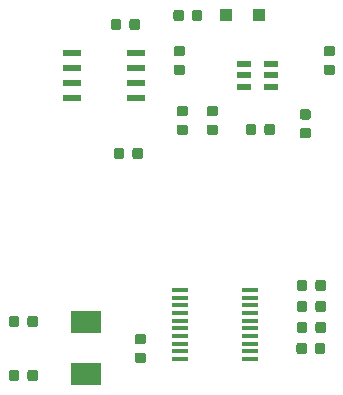
<source format=gbr>
G04 #@! TF.GenerationSoftware,KiCad,Pcbnew,(5.0.1)-3*
G04 #@! TF.CreationDate,2018-11-01T19:24:07-05:00*
G04 #@! TF.ProjectId,module-tester-board,6D6F64756C652D7465737465722D626F,rev?*
G04 #@! TF.SameCoordinates,Original*
G04 #@! TF.FileFunction,Paste,Top*
G04 #@! TF.FilePolarity,Positive*
%FSLAX46Y46*%
G04 Gerber Fmt 4.6, Leading zero omitted, Abs format (unit mm)*
G04 Created by KiCad (PCBNEW (5.0.1)-3) date 11/1/2018 7:24:07 PM*
%MOMM*%
%LPD*%
G01*
G04 APERTURE LIST*
%ADD10C,0.100000*%
%ADD11C,0.875000*%
%ADD12R,1.100000X1.100000*%
%ADD13R,1.219200X0.508000*%
%ADD14R,1.450000X0.450000*%
%ADD15R,1.550000X0.600000*%
%ADD16R,2.500000X1.900000*%
G04 APERTURE END LIST*
D10*
G04 #@! TO.C,C1*
G36*
X164615691Y-71674053D02*
X164636926Y-71677203D01*
X164657750Y-71682419D01*
X164677962Y-71689651D01*
X164697368Y-71698830D01*
X164715781Y-71709866D01*
X164733024Y-71722654D01*
X164748930Y-71737070D01*
X164763346Y-71752976D01*
X164776134Y-71770219D01*
X164787170Y-71788632D01*
X164796349Y-71808038D01*
X164803581Y-71828250D01*
X164808797Y-71849074D01*
X164811947Y-71870309D01*
X164813000Y-71891750D01*
X164813000Y-72329250D01*
X164811947Y-72350691D01*
X164808797Y-72371926D01*
X164803581Y-72392750D01*
X164796349Y-72412962D01*
X164787170Y-72432368D01*
X164776134Y-72450781D01*
X164763346Y-72468024D01*
X164748930Y-72483930D01*
X164733024Y-72498346D01*
X164715781Y-72511134D01*
X164697368Y-72522170D01*
X164677962Y-72531349D01*
X164657750Y-72538581D01*
X164636926Y-72543797D01*
X164615691Y-72546947D01*
X164594250Y-72548000D01*
X164081750Y-72548000D01*
X164060309Y-72546947D01*
X164039074Y-72543797D01*
X164018250Y-72538581D01*
X163998038Y-72531349D01*
X163978632Y-72522170D01*
X163960219Y-72511134D01*
X163942976Y-72498346D01*
X163927070Y-72483930D01*
X163912654Y-72468024D01*
X163899866Y-72450781D01*
X163888830Y-72432368D01*
X163879651Y-72412962D01*
X163872419Y-72392750D01*
X163867203Y-72371926D01*
X163864053Y-72350691D01*
X163863000Y-72329250D01*
X163863000Y-71891750D01*
X163864053Y-71870309D01*
X163867203Y-71849074D01*
X163872419Y-71828250D01*
X163879651Y-71808038D01*
X163888830Y-71788632D01*
X163899866Y-71770219D01*
X163912654Y-71752976D01*
X163927070Y-71737070D01*
X163942976Y-71722654D01*
X163960219Y-71709866D01*
X163978632Y-71698830D01*
X163998038Y-71689651D01*
X164018250Y-71682419D01*
X164039074Y-71677203D01*
X164060309Y-71674053D01*
X164081750Y-71673000D01*
X164594250Y-71673000D01*
X164615691Y-71674053D01*
X164615691Y-71674053D01*
G37*
D11*
X164338000Y-72110500D03*
D10*
G36*
X164615691Y-73249053D02*
X164636926Y-73252203D01*
X164657750Y-73257419D01*
X164677962Y-73264651D01*
X164697368Y-73273830D01*
X164715781Y-73284866D01*
X164733024Y-73297654D01*
X164748930Y-73312070D01*
X164763346Y-73327976D01*
X164776134Y-73345219D01*
X164787170Y-73363632D01*
X164796349Y-73383038D01*
X164803581Y-73403250D01*
X164808797Y-73424074D01*
X164811947Y-73445309D01*
X164813000Y-73466750D01*
X164813000Y-73904250D01*
X164811947Y-73925691D01*
X164808797Y-73946926D01*
X164803581Y-73967750D01*
X164796349Y-73987962D01*
X164787170Y-74007368D01*
X164776134Y-74025781D01*
X164763346Y-74043024D01*
X164748930Y-74058930D01*
X164733024Y-74073346D01*
X164715781Y-74086134D01*
X164697368Y-74097170D01*
X164677962Y-74106349D01*
X164657750Y-74113581D01*
X164636926Y-74118797D01*
X164615691Y-74121947D01*
X164594250Y-74123000D01*
X164081750Y-74123000D01*
X164060309Y-74121947D01*
X164039074Y-74118797D01*
X164018250Y-74113581D01*
X163998038Y-74106349D01*
X163978632Y-74097170D01*
X163960219Y-74086134D01*
X163942976Y-74073346D01*
X163927070Y-74058930D01*
X163912654Y-74043024D01*
X163899866Y-74025781D01*
X163888830Y-74007368D01*
X163879651Y-73987962D01*
X163872419Y-73967750D01*
X163867203Y-73946926D01*
X163864053Y-73925691D01*
X163863000Y-73904250D01*
X163863000Y-73466750D01*
X163864053Y-73445309D01*
X163867203Y-73424074D01*
X163872419Y-73403250D01*
X163879651Y-73383038D01*
X163888830Y-73363632D01*
X163899866Y-73345219D01*
X163912654Y-73327976D01*
X163927070Y-73312070D01*
X163942976Y-73297654D01*
X163960219Y-73284866D01*
X163978632Y-73273830D01*
X163998038Y-73264651D01*
X164018250Y-73257419D01*
X164039074Y-73252203D01*
X164060309Y-73249053D01*
X164081750Y-73248000D01*
X164594250Y-73248000D01*
X164615691Y-73249053D01*
X164615691Y-73249053D01*
G37*
D11*
X164338000Y-73685500D03*
G04 #@! TD*
D10*
G04 #@! TO.C,C2*
G36*
X164869691Y-76754053D02*
X164890926Y-76757203D01*
X164911750Y-76762419D01*
X164931962Y-76769651D01*
X164951368Y-76778830D01*
X164969781Y-76789866D01*
X164987024Y-76802654D01*
X165002930Y-76817070D01*
X165017346Y-76832976D01*
X165030134Y-76850219D01*
X165041170Y-76868632D01*
X165050349Y-76888038D01*
X165057581Y-76908250D01*
X165062797Y-76929074D01*
X165065947Y-76950309D01*
X165067000Y-76971750D01*
X165067000Y-77409250D01*
X165065947Y-77430691D01*
X165062797Y-77451926D01*
X165057581Y-77472750D01*
X165050349Y-77492962D01*
X165041170Y-77512368D01*
X165030134Y-77530781D01*
X165017346Y-77548024D01*
X165002930Y-77563930D01*
X164987024Y-77578346D01*
X164969781Y-77591134D01*
X164951368Y-77602170D01*
X164931962Y-77611349D01*
X164911750Y-77618581D01*
X164890926Y-77623797D01*
X164869691Y-77626947D01*
X164848250Y-77628000D01*
X164335750Y-77628000D01*
X164314309Y-77626947D01*
X164293074Y-77623797D01*
X164272250Y-77618581D01*
X164252038Y-77611349D01*
X164232632Y-77602170D01*
X164214219Y-77591134D01*
X164196976Y-77578346D01*
X164181070Y-77563930D01*
X164166654Y-77548024D01*
X164153866Y-77530781D01*
X164142830Y-77512368D01*
X164133651Y-77492962D01*
X164126419Y-77472750D01*
X164121203Y-77451926D01*
X164118053Y-77430691D01*
X164117000Y-77409250D01*
X164117000Y-76971750D01*
X164118053Y-76950309D01*
X164121203Y-76929074D01*
X164126419Y-76908250D01*
X164133651Y-76888038D01*
X164142830Y-76868632D01*
X164153866Y-76850219D01*
X164166654Y-76832976D01*
X164181070Y-76817070D01*
X164196976Y-76802654D01*
X164214219Y-76789866D01*
X164232632Y-76778830D01*
X164252038Y-76769651D01*
X164272250Y-76762419D01*
X164293074Y-76757203D01*
X164314309Y-76754053D01*
X164335750Y-76753000D01*
X164848250Y-76753000D01*
X164869691Y-76754053D01*
X164869691Y-76754053D01*
G37*
D11*
X164592000Y-77190500D03*
D10*
G36*
X164869691Y-78329053D02*
X164890926Y-78332203D01*
X164911750Y-78337419D01*
X164931962Y-78344651D01*
X164951368Y-78353830D01*
X164969781Y-78364866D01*
X164987024Y-78377654D01*
X165002930Y-78392070D01*
X165017346Y-78407976D01*
X165030134Y-78425219D01*
X165041170Y-78443632D01*
X165050349Y-78463038D01*
X165057581Y-78483250D01*
X165062797Y-78504074D01*
X165065947Y-78525309D01*
X165067000Y-78546750D01*
X165067000Y-78984250D01*
X165065947Y-79005691D01*
X165062797Y-79026926D01*
X165057581Y-79047750D01*
X165050349Y-79067962D01*
X165041170Y-79087368D01*
X165030134Y-79105781D01*
X165017346Y-79123024D01*
X165002930Y-79138930D01*
X164987024Y-79153346D01*
X164969781Y-79166134D01*
X164951368Y-79177170D01*
X164931962Y-79186349D01*
X164911750Y-79193581D01*
X164890926Y-79198797D01*
X164869691Y-79201947D01*
X164848250Y-79203000D01*
X164335750Y-79203000D01*
X164314309Y-79201947D01*
X164293074Y-79198797D01*
X164272250Y-79193581D01*
X164252038Y-79186349D01*
X164232632Y-79177170D01*
X164214219Y-79166134D01*
X164196976Y-79153346D01*
X164181070Y-79138930D01*
X164166654Y-79123024D01*
X164153866Y-79105781D01*
X164142830Y-79087368D01*
X164133651Y-79067962D01*
X164126419Y-79047750D01*
X164121203Y-79026926D01*
X164118053Y-79005691D01*
X164117000Y-78984250D01*
X164117000Y-78546750D01*
X164118053Y-78525309D01*
X164121203Y-78504074D01*
X164126419Y-78483250D01*
X164133651Y-78463038D01*
X164142830Y-78443632D01*
X164153866Y-78425219D01*
X164166654Y-78407976D01*
X164181070Y-78392070D01*
X164196976Y-78377654D01*
X164214219Y-78364866D01*
X164232632Y-78353830D01*
X164252038Y-78344651D01*
X164272250Y-78337419D01*
X164293074Y-78332203D01*
X164314309Y-78329053D01*
X164335750Y-78328000D01*
X164848250Y-78328000D01*
X164869691Y-78329053D01*
X164869691Y-78329053D01*
G37*
D11*
X164592000Y-78765500D03*
G04 #@! TD*
D10*
G04 #@! TO.C,C3*
G36*
X175283691Y-77033553D02*
X175304926Y-77036703D01*
X175325750Y-77041919D01*
X175345962Y-77049151D01*
X175365368Y-77058330D01*
X175383781Y-77069366D01*
X175401024Y-77082154D01*
X175416930Y-77096570D01*
X175431346Y-77112476D01*
X175444134Y-77129719D01*
X175455170Y-77148132D01*
X175464349Y-77167538D01*
X175471581Y-77187750D01*
X175476797Y-77208574D01*
X175479947Y-77229809D01*
X175481000Y-77251250D01*
X175481000Y-77688750D01*
X175479947Y-77710191D01*
X175476797Y-77731426D01*
X175471581Y-77752250D01*
X175464349Y-77772462D01*
X175455170Y-77791868D01*
X175444134Y-77810281D01*
X175431346Y-77827524D01*
X175416930Y-77843430D01*
X175401024Y-77857846D01*
X175383781Y-77870634D01*
X175365368Y-77881670D01*
X175345962Y-77890849D01*
X175325750Y-77898081D01*
X175304926Y-77903297D01*
X175283691Y-77906447D01*
X175262250Y-77907500D01*
X174749750Y-77907500D01*
X174728309Y-77906447D01*
X174707074Y-77903297D01*
X174686250Y-77898081D01*
X174666038Y-77890849D01*
X174646632Y-77881670D01*
X174628219Y-77870634D01*
X174610976Y-77857846D01*
X174595070Y-77843430D01*
X174580654Y-77827524D01*
X174567866Y-77810281D01*
X174556830Y-77791868D01*
X174547651Y-77772462D01*
X174540419Y-77752250D01*
X174535203Y-77731426D01*
X174532053Y-77710191D01*
X174531000Y-77688750D01*
X174531000Y-77251250D01*
X174532053Y-77229809D01*
X174535203Y-77208574D01*
X174540419Y-77187750D01*
X174547651Y-77167538D01*
X174556830Y-77148132D01*
X174567866Y-77129719D01*
X174580654Y-77112476D01*
X174595070Y-77096570D01*
X174610976Y-77082154D01*
X174628219Y-77069366D01*
X174646632Y-77058330D01*
X174666038Y-77049151D01*
X174686250Y-77041919D01*
X174707074Y-77036703D01*
X174728309Y-77033553D01*
X174749750Y-77032500D01*
X175262250Y-77032500D01*
X175283691Y-77033553D01*
X175283691Y-77033553D01*
G37*
D11*
X175006000Y-77470000D03*
D10*
G36*
X175283691Y-78608553D02*
X175304926Y-78611703D01*
X175325750Y-78616919D01*
X175345962Y-78624151D01*
X175365368Y-78633330D01*
X175383781Y-78644366D01*
X175401024Y-78657154D01*
X175416930Y-78671570D01*
X175431346Y-78687476D01*
X175444134Y-78704719D01*
X175455170Y-78723132D01*
X175464349Y-78742538D01*
X175471581Y-78762750D01*
X175476797Y-78783574D01*
X175479947Y-78804809D01*
X175481000Y-78826250D01*
X175481000Y-79263750D01*
X175479947Y-79285191D01*
X175476797Y-79306426D01*
X175471581Y-79327250D01*
X175464349Y-79347462D01*
X175455170Y-79366868D01*
X175444134Y-79385281D01*
X175431346Y-79402524D01*
X175416930Y-79418430D01*
X175401024Y-79432846D01*
X175383781Y-79445634D01*
X175365368Y-79456670D01*
X175345962Y-79465849D01*
X175325750Y-79473081D01*
X175304926Y-79478297D01*
X175283691Y-79481447D01*
X175262250Y-79482500D01*
X174749750Y-79482500D01*
X174728309Y-79481447D01*
X174707074Y-79478297D01*
X174686250Y-79473081D01*
X174666038Y-79465849D01*
X174646632Y-79456670D01*
X174628219Y-79445634D01*
X174610976Y-79432846D01*
X174595070Y-79418430D01*
X174580654Y-79402524D01*
X174567866Y-79385281D01*
X174556830Y-79366868D01*
X174547651Y-79347462D01*
X174540419Y-79327250D01*
X174535203Y-79306426D01*
X174532053Y-79285191D01*
X174531000Y-79263750D01*
X174531000Y-78826250D01*
X174532053Y-78804809D01*
X174535203Y-78783574D01*
X174540419Y-78762750D01*
X174547651Y-78742538D01*
X174556830Y-78723132D01*
X174567866Y-78704719D01*
X174580654Y-78687476D01*
X174595070Y-78671570D01*
X174610976Y-78657154D01*
X174628219Y-78644366D01*
X174646632Y-78633330D01*
X174666038Y-78624151D01*
X174686250Y-78616919D01*
X174707074Y-78611703D01*
X174728309Y-78608553D01*
X174749750Y-78607500D01*
X175262250Y-78607500D01*
X175283691Y-78608553D01*
X175283691Y-78608553D01*
G37*
D11*
X175006000Y-79045000D03*
G04 #@! TD*
D10*
G04 #@! TO.C,C4*
G36*
X177315691Y-71674053D02*
X177336926Y-71677203D01*
X177357750Y-71682419D01*
X177377962Y-71689651D01*
X177397368Y-71698830D01*
X177415781Y-71709866D01*
X177433024Y-71722654D01*
X177448930Y-71737070D01*
X177463346Y-71752976D01*
X177476134Y-71770219D01*
X177487170Y-71788632D01*
X177496349Y-71808038D01*
X177503581Y-71828250D01*
X177508797Y-71849074D01*
X177511947Y-71870309D01*
X177513000Y-71891750D01*
X177513000Y-72329250D01*
X177511947Y-72350691D01*
X177508797Y-72371926D01*
X177503581Y-72392750D01*
X177496349Y-72412962D01*
X177487170Y-72432368D01*
X177476134Y-72450781D01*
X177463346Y-72468024D01*
X177448930Y-72483930D01*
X177433024Y-72498346D01*
X177415781Y-72511134D01*
X177397368Y-72522170D01*
X177377962Y-72531349D01*
X177357750Y-72538581D01*
X177336926Y-72543797D01*
X177315691Y-72546947D01*
X177294250Y-72548000D01*
X176781750Y-72548000D01*
X176760309Y-72546947D01*
X176739074Y-72543797D01*
X176718250Y-72538581D01*
X176698038Y-72531349D01*
X176678632Y-72522170D01*
X176660219Y-72511134D01*
X176642976Y-72498346D01*
X176627070Y-72483930D01*
X176612654Y-72468024D01*
X176599866Y-72450781D01*
X176588830Y-72432368D01*
X176579651Y-72412962D01*
X176572419Y-72392750D01*
X176567203Y-72371926D01*
X176564053Y-72350691D01*
X176563000Y-72329250D01*
X176563000Y-71891750D01*
X176564053Y-71870309D01*
X176567203Y-71849074D01*
X176572419Y-71828250D01*
X176579651Y-71808038D01*
X176588830Y-71788632D01*
X176599866Y-71770219D01*
X176612654Y-71752976D01*
X176627070Y-71737070D01*
X176642976Y-71722654D01*
X176660219Y-71709866D01*
X176678632Y-71698830D01*
X176698038Y-71689651D01*
X176718250Y-71682419D01*
X176739074Y-71677203D01*
X176760309Y-71674053D01*
X176781750Y-71673000D01*
X177294250Y-71673000D01*
X177315691Y-71674053D01*
X177315691Y-71674053D01*
G37*
D11*
X177038000Y-72110500D03*
D10*
G36*
X177315691Y-73249053D02*
X177336926Y-73252203D01*
X177357750Y-73257419D01*
X177377962Y-73264651D01*
X177397368Y-73273830D01*
X177415781Y-73284866D01*
X177433024Y-73297654D01*
X177448930Y-73312070D01*
X177463346Y-73327976D01*
X177476134Y-73345219D01*
X177487170Y-73363632D01*
X177496349Y-73383038D01*
X177503581Y-73403250D01*
X177508797Y-73424074D01*
X177511947Y-73445309D01*
X177513000Y-73466750D01*
X177513000Y-73904250D01*
X177511947Y-73925691D01*
X177508797Y-73946926D01*
X177503581Y-73967750D01*
X177496349Y-73987962D01*
X177487170Y-74007368D01*
X177476134Y-74025781D01*
X177463346Y-74043024D01*
X177448930Y-74058930D01*
X177433024Y-74073346D01*
X177415781Y-74086134D01*
X177397368Y-74097170D01*
X177377962Y-74106349D01*
X177357750Y-74113581D01*
X177336926Y-74118797D01*
X177315691Y-74121947D01*
X177294250Y-74123000D01*
X176781750Y-74123000D01*
X176760309Y-74121947D01*
X176739074Y-74118797D01*
X176718250Y-74113581D01*
X176698038Y-74106349D01*
X176678632Y-74097170D01*
X176660219Y-74086134D01*
X176642976Y-74073346D01*
X176627070Y-74058930D01*
X176612654Y-74043024D01*
X176599866Y-74025781D01*
X176588830Y-74007368D01*
X176579651Y-73987962D01*
X176572419Y-73967750D01*
X176567203Y-73946926D01*
X176564053Y-73925691D01*
X176563000Y-73904250D01*
X176563000Y-73466750D01*
X176564053Y-73445309D01*
X176567203Y-73424074D01*
X176572419Y-73403250D01*
X176579651Y-73383038D01*
X176588830Y-73363632D01*
X176599866Y-73345219D01*
X176612654Y-73327976D01*
X176627070Y-73312070D01*
X176642976Y-73297654D01*
X176660219Y-73284866D01*
X176678632Y-73273830D01*
X176698038Y-73264651D01*
X176718250Y-73257419D01*
X176739074Y-73252203D01*
X176760309Y-73249053D01*
X176781750Y-73248000D01*
X177294250Y-73248000D01*
X177315691Y-73249053D01*
X177315691Y-73249053D01*
G37*
D11*
X177038000Y-73685500D03*
G04 #@! TD*
D10*
G04 #@! TO.C,C5*
G36*
X152157691Y-94522053D02*
X152178926Y-94525203D01*
X152199750Y-94530419D01*
X152219962Y-94537651D01*
X152239368Y-94546830D01*
X152257781Y-94557866D01*
X152275024Y-94570654D01*
X152290930Y-94585070D01*
X152305346Y-94600976D01*
X152318134Y-94618219D01*
X152329170Y-94636632D01*
X152338349Y-94656038D01*
X152345581Y-94676250D01*
X152350797Y-94697074D01*
X152353947Y-94718309D01*
X152355000Y-94739750D01*
X152355000Y-95252250D01*
X152353947Y-95273691D01*
X152350797Y-95294926D01*
X152345581Y-95315750D01*
X152338349Y-95335962D01*
X152329170Y-95355368D01*
X152318134Y-95373781D01*
X152305346Y-95391024D01*
X152290930Y-95406930D01*
X152275024Y-95421346D01*
X152257781Y-95434134D01*
X152239368Y-95445170D01*
X152219962Y-95454349D01*
X152199750Y-95461581D01*
X152178926Y-95466797D01*
X152157691Y-95469947D01*
X152136250Y-95471000D01*
X151698750Y-95471000D01*
X151677309Y-95469947D01*
X151656074Y-95466797D01*
X151635250Y-95461581D01*
X151615038Y-95454349D01*
X151595632Y-95445170D01*
X151577219Y-95434134D01*
X151559976Y-95421346D01*
X151544070Y-95406930D01*
X151529654Y-95391024D01*
X151516866Y-95373781D01*
X151505830Y-95355368D01*
X151496651Y-95335962D01*
X151489419Y-95315750D01*
X151484203Y-95294926D01*
X151481053Y-95273691D01*
X151480000Y-95252250D01*
X151480000Y-94739750D01*
X151481053Y-94718309D01*
X151484203Y-94697074D01*
X151489419Y-94676250D01*
X151496651Y-94656038D01*
X151505830Y-94636632D01*
X151516866Y-94618219D01*
X151529654Y-94600976D01*
X151544070Y-94585070D01*
X151559976Y-94570654D01*
X151577219Y-94557866D01*
X151595632Y-94546830D01*
X151615038Y-94537651D01*
X151635250Y-94530419D01*
X151656074Y-94525203D01*
X151677309Y-94522053D01*
X151698750Y-94521000D01*
X152136250Y-94521000D01*
X152157691Y-94522053D01*
X152157691Y-94522053D01*
G37*
D11*
X151917500Y-94996000D03*
D10*
G36*
X150582691Y-94522053D02*
X150603926Y-94525203D01*
X150624750Y-94530419D01*
X150644962Y-94537651D01*
X150664368Y-94546830D01*
X150682781Y-94557866D01*
X150700024Y-94570654D01*
X150715930Y-94585070D01*
X150730346Y-94600976D01*
X150743134Y-94618219D01*
X150754170Y-94636632D01*
X150763349Y-94656038D01*
X150770581Y-94676250D01*
X150775797Y-94697074D01*
X150778947Y-94718309D01*
X150780000Y-94739750D01*
X150780000Y-95252250D01*
X150778947Y-95273691D01*
X150775797Y-95294926D01*
X150770581Y-95315750D01*
X150763349Y-95335962D01*
X150754170Y-95355368D01*
X150743134Y-95373781D01*
X150730346Y-95391024D01*
X150715930Y-95406930D01*
X150700024Y-95421346D01*
X150682781Y-95434134D01*
X150664368Y-95445170D01*
X150644962Y-95454349D01*
X150624750Y-95461581D01*
X150603926Y-95466797D01*
X150582691Y-95469947D01*
X150561250Y-95471000D01*
X150123750Y-95471000D01*
X150102309Y-95469947D01*
X150081074Y-95466797D01*
X150060250Y-95461581D01*
X150040038Y-95454349D01*
X150020632Y-95445170D01*
X150002219Y-95434134D01*
X149984976Y-95421346D01*
X149969070Y-95406930D01*
X149954654Y-95391024D01*
X149941866Y-95373781D01*
X149930830Y-95355368D01*
X149921651Y-95335962D01*
X149914419Y-95315750D01*
X149909203Y-95294926D01*
X149906053Y-95273691D01*
X149905000Y-95252250D01*
X149905000Y-94739750D01*
X149906053Y-94718309D01*
X149909203Y-94697074D01*
X149914419Y-94676250D01*
X149921651Y-94656038D01*
X149930830Y-94636632D01*
X149941866Y-94618219D01*
X149954654Y-94600976D01*
X149969070Y-94585070D01*
X149984976Y-94570654D01*
X150002219Y-94557866D01*
X150020632Y-94546830D01*
X150040038Y-94537651D01*
X150060250Y-94530419D01*
X150081074Y-94525203D01*
X150102309Y-94522053D01*
X150123750Y-94521000D01*
X150561250Y-94521000D01*
X150582691Y-94522053D01*
X150582691Y-94522053D01*
G37*
D11*
X150342500Y-94996000D03*
G04 #@! TD*
D10*
G04 #@! TO.C,C6*
G36*
X150582691Y-99094053D02*
X150603926Y-99097203D01*
X150624750Y-99102419D01*
X150644962Y-99109651D01*
X150664368Y-99118830D01*
X150682781Y-99129866D01*
X150700024Y-99142654D01*
X150715930Y-99157070D01*
X150730346Y-99172976D01*
X150743134Y-99190219D01*
X150754170Y-99208632D01*
X150763349Y-99228038D01*
X150770581Y-99248250D01*
X150775797Y-99269074D01*
X150778947Y-99290309D01*
X150780000Y-99311750D01*
X150780000Y-99824250D01*
X150778947Y-99845691D01*
X150775797Y-99866926D01*
X150770581Y-99887750D01*
X150763349Y-99907962D01*
X150754170Y-99927368D01*
X150743134Y-99945781D01*
X150730346Y-99963024D01*
X150715930Y-99978930D01*
X150700024Y-99993346D01*
X150682781Y-100006134D01*
X150664368Y-100017170D01*
X150644962Y-100026349D01*
X150624750Y-100033581D01*
X150603926Y-100038797D01*
X150582691Y-100041947D01*
X150561250Y-100043000D01*
X150123750Y-100043000D01*
X150102309Y-100041947D01*
X150081074Y-100038797D01*
X150060250Y-100033581D01*
X150040038Y-100026349D01*
X150020632Y-100017170D01*
X150002219Y-100006134D01*
X149984976Y-99993346D01*
X149969070Y-99978930D01*
X149954654Y-99963024D01*
X149941866Y-99945781D01*
X149930830Y-99927368D01*
X149921651Y-99907962D01*
X149914419Y-99887750D01*
X149909203Y-99866926D01*
X149906053Y-99845691D01*
X149905000Y-99824250D01*
X149905000Y-99311750D01*
X149906053Y-99290309D01*
X149909203Y-99269074D01*
X149914419Y-99248250D01*
X149921651Y-99228038D01*
X149930830Y-99208632D01*
X149941866Y-99190219D01*
X149954654Y-99172976D01*
X149969070Y-99157070D01*
X149984976Y-99142654D01*
X150002219Y-99129866D01*
X150020632Y-99118830D01*
X150040038Y-99109651D01*
X150060250Y-99102419D01*
X150081074Y-99097203D01*
X150102309Y-99094053D01*
X150123750Y-99093000D01*
X150561250Y-99093000D01*
X150582691Y-99094053D01*
X150582691Y-99094053D01*
G37*
D11*
X150342500Y-99568000D03*
D10*
G36*
X152157691Y-99094053D02*
X152178926Y-99097203D01*
X152199750Y-99102419D01*
X152219962Y-99109651D01*
X152239368Y-99118830D01*
X152257781Y-99129866D01*
X152275024Y-99142654D01*
X152290930Y-99157070D01*
X152305346Y-99172976D01*
X152318134Y-99190219D01*
X152329170Y-99208632D01*
X152338349Y-99228038D01*
X152345581Y-99248250D01*
X152350797Y-99269074D01*
X152353947Y-99290309D01*
X152355000Y-99311750D01*
X152355000Y-99824250D01*
X152353947Y-99845691D01*
X152350797Y-99866926D01*
X152345581Y-99887750D01*
X152338349Y-99907962D01*
X152329170Y-99927368D01*
X152318134Y-99945781D01*
X152305346Y-99963024D01*
X152290930Y-99978930D01*
X152275024Y-99993346D01*
X152257781Y-100006134D01*
X152239368Y-100017170D01*
X152219962Y-100026349D01*
X152199750Y-100033581D01*
X152178926Y-100038797D01*
X152157691Y-100041947D01*
X152136250Y-100043000D01*
X151698750Y-100043000D01*
X151677309Y-100041947D01*
X151656074Y-100038797D01*
X151635250Y-100033581D01*
X151615038Y-100026349D01*
X151595632Y-100017170D01*
X151577219Y-100006134D01*
X151559976Y-99993346D01*
X151544070Y-99978930D01*
X151529654Y-99963024D01*
X151516866Y-99945781D01*
X151505830Y-99927368D01*
X151496651Y-99907962D01*
X151489419Y-99887750D01*
X151484203Y-99866926D01*
X151481053Y-99845691D01*
X151480000Y-99824250D01*
X151480000Y-99311750D01*
X151481053Y-99290309D01*
X151484203Y-99269074D01*
X151489419Y-99248250D01*
X151496651Y-99228038D01*
X151505830Y-99208632D01*
X151516866Y-99190219D01*
X151529654Y-99172976D01*
X151544070Y-99157070D01*
X151559976Y-99142654D01*
X151577219Y-99129866D01*
X151595632Y-99118830D01*
X151615038Y-99109651D01*
X151635250Y-99102419D01*
X151656074Y-99097203D01*
X151677309Y-99094053D01*
X151698750Y-99093000D01*
X152136250Y-99093000D01*
X152157691Y-99094053D01*
X152157691Y-99094053D01*
G37*
D11*
X151917500Y-99568000D03*
G04 #@! TD*
D10*
G04 #@! TO.C,C7*
G36*
X174941191Y-96808053D02*
X174962426Y-96811203D01*
X174983250Y-96816419D01*
X175003462Y-96823651D01*
X175022868Y-96832830D01*
X175041281Y-96843866D01*
X175058524Y-96856654D01*
X175074430Y-96871070D01*
X175088846Y-96886976D01*
X175101634Y-96904219D01*
X175112670Y-96922632D01*
X175121849Y-96942038D01*
X175129081Y-96962250D01*
X175134297Y-96983074D01*
X175137447Y-97004309D01*
X175138500Y-97025750D01*
X175138500Y-97538250D01*
X175137447Y-97559691D01*
X175134297Y-97580926D01*
X175129081Y-97601750D01*
X175121849Y-97621962D01*
X175112670Y-97641368D01*
X175101634Y-97659781D01*
X175088846Y-97677024D01*
X175074430Y-97692930D01*
X175058524Y-97707346D01*
X175041281Y-97720134D01*
X175022868Y-97731170D01*
X175003462Y-97740349D01*
X174983250Y-97747581D01*
X174962426Y-97752797D01*
X174941191Y-97755947D01*
X174919750Y-97757000D01*
X174482250Y-97757000D01*
X174460809Y-97755947D01*
X174439574Y-97752797D01*
X174418750Y-97747581D01*
X174398538Y-97740349D01*
X174379132Y-97731170D01*
X174360719Y-97720134D01*
X174343476Y-97707346D01*
X174327570Y-97692930D01*
X174313154Y-97677024D01*
X174300366Y-97659781D01*
X174289330Y-97641368D01*
X174280151Y-97621962D01*
X174272919Y-97601750D01*
X174267703Y-97580926D01*
X174264553Y-97559691D01*
X174263500Y-97538250D01*
X174263500Y-97025750D01*
X174264553Y-97004309D01*
X174267703Y-96983074D01*
X174272919Y-96962250D01*
X174280151Y-96942038D01*
X174289330Y-96922632D01*
X174300366Y-96904219D01*
X174313154Y-96886976D01*
X174327570Y-96871070D01*
X174343476Y-96856654D01*
X174360719Y-96843866D01*
X174379132Y-96832830D01*
X174398538Y-96823651D01*
X174418750Y-96816419D01*
X174439574Y-96811203D01*
X174460809Y-96808053D01*
X174482250Y-96807000D01*
X174919750Y-96807000D01*
X174941191Y-96808053D01*
X174941191Y-96808053D01*
G37*
D11*
X174701000Y-97282000D03*
D10*
G36*
X176516191Y-96808053D02*
X176537426Y-96811203D01*
X176558250Y-96816419D01*
X176578462Y-96823651D01*
X176597868Y-96832830D01*
X176616281Y-96843866D01*
X176633524Y-96856654D01*
X176649430Y-96871070D01*
X176663846Y-96886976D01*
X176676634Y-96904219D01*
X176687670Y-96922632D01*
X176696849Y-96942038D01*
X176704081Y-96962250D01*
X176709297Y-96983074D01*
X176712447Y-97004309D01*
X176713500Y-97025750D01*
X176713500Y-97538250D01*
X176712447Y-97559691D01*
X176709297Y-97580926D01*
X176704081Y-97601750D01*
X176696849Y-97621962D01*
X176687670Y-97641368D01*
X176676634Y-97659781D01*
X176663846Y-97677024D01*
X176649430Y-97692930D01*
X176633524Y-97707346D01*
X176616281Y-97720134D01*
X176597868Y-97731170D01*
X176578462Y-97740349D01*
X176558250Y-97747581D01*
X176537426Y-97752797D01*
X176516191Y-97755947D01*
X176494750Y-97757000D01*
X176057250Y-97757000D01*
X176035809Y-97755947D01*
X176014574Y-97752797D01*
X175993750Y-97747581D01*
X175973538Y-97740349D01*
X175954132Y-97731170D01*
X175935719Y-97720134D01*
X175918476Y-97707346D01*
X175902570Y-97692930D01*
X175888154Y-97677024D01*
X175875366Y-97659781D01*
X175864330Y-97641368D01*
X175855151Y-97621962D01*
X175847919Y-97601750D01*
X175842703Y-97580926D01*
X175839553Y-97559691D01*
X175838500Y-97538250D01*
X175838500Y-97025750D01*
X175839553Y-97004309D01*
X175842703Y-96983074D01*
X175847919Y-96962250D01*
X175855151Y-96942038D01*
X175864330Y-96922632D01*
X175875366Y-96904219D01*
X175888154Y-96886976D01*
X175902570Y-96871070D01*
X175918476Y-96856654D01*
X175935719Y-96843866D01*
X175954132Y-96832830D01*
X175973538Y-96823651D01*
X175993750Y-96816419D01*
X176014574Y-96811203D01*
X176035809Y-96808053D01*
X176057250Y-96807000D01*
X176494750Y-96807000D01*
X176516191Y-96808053D01*
X176516191Y-96808053D01*
G37*
D11*
X176276000Y-97282000D03*
G04 #@! TD*
D12*
G04 #@! TO.C,D1*
X171072000Y-69088000D03*
X168272000Y-69088000D03*
G04 #@! TD*
D10*
G04 #@! TO.C,D2*
G36*
X174966691Y-91474053D02*
X174987926Y-91477203D01*
X175008750Y-91482419D01*
X175028962Y-91489651D01*
X175048368Y-91498830D01*
X175066781Y-91509866D01*
X175084024Y-91522654D01*
X175099930Y-91537070D01*
X175114346Y-91552976D01*
X175127134Y-91570219D01*
X175138170Y-91588632D01*
X175147349Y-91608038D01*
X175154581Y-91628250D01*
X175159797Y-91649074D01*
X175162947Y-91670309D01*
X175164000Y-91691750D01*
X175164000Y-92204250D01*
X175162947Y-92225691D01*
X175159797Y-92246926D01*
X175154581Y-92267750D01*
X175147349Y-92287962D01*
X175138170Y-92307368D01*
X175127134Y-92325781D01*
X175114346Y-92343024D01*
X175099930Y-92358930D01*
X175084024Y-92373346D01*
X175066781Y-92386134D01*
X175048368Y-92397170D01*
X175028962Y-92406349D01*
X175008750Y-92413581D01*
X174987926Y-92418797D01*
X174966691Y-92421947D01*
X174945250Y-92423000D01*
X174507750Y-92423000D01*
X174486309Y-92421947D01*
X174465074Y-92418797D01*
X174444250Y-92413581D01*
X174424038Y-92406349D01*
X174404632Y-92397170D01*
X174386219Y-92386134D01*
X174368976Y-92373346D01*
X174353070Y-92358930D01*
X174338654Y-92343024D01*
X174325866Y-92325781D01*
X174314830Y-92307368D01*
X174305651Y-92287962D01*
X174298419Y-92267750D01*
X174293203Y-92246926D01*
X174290053Y-92225691D01*
X174289000Y-92204250D01*
X174289000Y-91691750D01*
X174290053Y-91670309D01*
X174293203Y-91649074D01*
X174298419Y-91628250D01*
X174305651Y-91608038D01*
X174314830Y-91588632D01*
X174325866Y-91570219D01*
X174338654Y-91552976D01*
X174353070Y-91537070D01*
X174368976Y-91522654D01*
X174386219Y-91509866D01*
X174404632Y-91498830D01*
X174424038Y-91489651D01*
X174444250Y-91482419D01*
X174465074Y-91477203D01*
X174486309Y-91474053D01*
X174507750Y-91473000D01*
X174945250Y-91473000D01*
X174966691Y-91474053D01*
X174966691Y-91474053D01*
G37*
D11*
X174726500Y-91948000D03*
D10*
G36*
X176541691Y-91474053D02*
X176562926Y-91477203D01*
X176583750Y-91482419D01*
X176603962Y-91489651D01*
X176623368Y-91498830D01*
X176641781Y-91509866D01*
X176659024Y-91522654D01*
X176674930Y-91537070D01*
X176689346Y-91552976D01*
X176702134Y-91570219D01*
X176713170Y-91588632D01*
X176722349Y-91608038D01*
X176729581Y-91628250D01*
X176734797Y-91649074D01*
X176737947Y-91670309D01*
X176739000Y-91691750D01*
X176739000Y-92204250D01*
X176737947Y-92225691D01*
X176734797Y-92246926D01*
X176729581Y-92267750D01*
X176722349Y-92287962D01*
X176713170Y-92307368D01*
X176702134Y-92325781D01*
X176689346Y-92343024D01*
X176674930Y-92358930D01*
X176659024Y-92373346D01*
X176641781Y-92386134D01*
X176623368Y-92397170D01*
X176603962Y-92406349D01*
X176583750Y-92413581D01*
X176562926Y-92418797D01*
X176541691Y-92421947D01*
X176520250Y-92423000D01*
X176082750Y-92423000D01*
X176061309Y-92421947D01*
X176040074Y-92418797D01*
X176019250Y-92413581D01*
X175999038Y-92406349D01*
X175979632Y-92397170D01*
X175961219Y-92386134D01*
X175943976Y-92373346D01*
X175928070Y-92358930D01*
X175913654Y-92343024D01*
X175900866Y-92325781D01*
X175889830Y-92307368D01*
X175880651Y-92287962D01*
X175873419Y-92267750D01*
X175868203Y-92246926D01*
X175865053Y-92225691D01*
X175864000Y-92204250D01*
X175864000Y-91691750D01*
X175865053Y-91670309D01*
X175868203Y-91649074D01*
X175873419Y-91628250D01*
X175880651Y-91608038D01*
X175889830Y-91588632D01*
X175900866Y-91570219D01*
X175913654Y-91552976D01*
X175928070Y-91537070D01*
X175943976Y-91522654D01*
X175961219Y-91509866D01*
X175979632Y-91498830D01*
X175999038Y-91489651D01*
X176019250Y-91482419D01*
X176040074Y-91477203D01*
X176061309Y-91474053D01*
X176082750Y-91473000D01*
X176520250Y-91473000D01*
X176541691Y-91474053D01*
X176541691Y-91474053D01*
G37*
D11*
X176301500Y-91948000D03*
G04 #@! TD*
D10*
G04 #@! TO.C,L1*
G36*
X164527191Y-68614053D02*
X164548426Y-68617203D01*
X164569250Y-68622419D01*
X164589462Y-68629651D01*
X164608868Y-68638830D01*
X164627281Y-68649866D01*
X164644524Y-68662654D01*
X164660430Y-68677070D01*
X164674846Y-68692976D01*
X164687634Y-68710219D01*
X164698670Y-68728632D01*
X164707849Y-68748038D01*
X164715081Y-68768250D01*
X164720297Y-68789074D01*
X164723447Y-68810309D01*
X164724500Y-68831750D01*
X164724500Y-69344250D01*
X164723447Y-69365691D01*
X164720297Y-69386926D01*
X164715081Y-69407750D01*
X164707849Y-69427962D01*
X164698670Y-69447368D01*
X164687634Y-69465781D01*
X164674846Y-69483024D01*
X164660430Y-69498930D01*
X164644524Y-69513346D01*
X164627281Y-69526134D01*
X164608868Y-69537170D01*
X164589462Y-69546349D01*
X164569250Y-69553581D01*
X164548426Y-69558797D01*
X164527191Y-69561947D01*
X164505750Y-69563000D01*
X164068250Y-69563000D01*
X164046809Y-69561947D01*
X164025574Y-69558797D01*
X164004750Y-69553581D01*
X163984538Y-69546349D01*
X163965132Y-69537170D01*
X163946719Y-69526134D01*
X163929476Y-69513346D01*
X163913570Y-69498930D01*
X163899154Y-69483024D01*
X163886366Y-69465781D01*
X163875330Y-69447368D01*
X163866151Y-69427962D01*
X163858919Y-69407750D01*
X163853703Y-69386926D01*
X163850553Y-69365691D01*
X163849500Y-69344250D01*
X163849500Y-68831750D01*
X163850553Y-68810309D01*
X163853703Y-68789074D01*
X163858919Y-68768250D01*
X163866151Y-68748038D01*
X163875330Y-68728632D01*
X163886366Y-68710219D01*
X163899154Y-68692976D01*
X163913570Y-68677070D01*
X163929476Y-68662654D01*
X163946719Y-68649866D01*
X163965132Y-68638830D01*
X163984538Y-68629651D01*
X164004750Y-68622419D01*
X164025574Y-68617203D01*
X164046809Y-68614053D01*
X164068250Y-68613000D01*
X164505750Y-68613000D01*
X164527191Y-68614053D01*
X164527191Y-68614053D01*
G37*
D11*
X164287000Y-69088000D03*
D10*
G36*
X166102191Y-68614053D02*
X166123426Y-68617203D01*
X166144250Y-68622419D01*
X166164462Y-68629651D01*
X166183868Y-68638830D01*
X166202281Y-68649866D01*
X166219524Y-68662654D01*
X166235430Y-68677070D01*
X166249846Y-68692976D01*
X166262634Y-68710219D01*
X166273670Y-68728632D01*
X166282849Y-68748038D01*
X166290081Y-68768250D01*
X166295297Y-68789074D01*
X166298447Y-68810309D01*
X166299500Y-68831750D01*
X166299500Y-69344250D01*
X166298447Y-69365691D01*
X166295297Y-69386926D01*
X166290081Y-69407750D01*
X166282849Y-69427962D01*
X166273670Y-69447368D01*
X166262634Y-69465781D01*
X166249846Y-69483024D01*
X166235430Y-69498930D01*
X166219524Y-69513346D01*
X166202281Y-69526134D01*
X166183868Y-69537170D01*
X166164462Y-69546349D01*
X166144250Y-69553581D01*
X166123426Y-69558797D01*
X166102191Y-69561947D01*
X166080750Y-69563000D01*
X165643250Y-69563000D01*
X165621809Y-69561947D01*
X165600574Y-69558797D01*
X165579750Y-69553581D01*
X165559538Y-69546349D01*
X165540132Y-69537170D01*
X165521719Y-69526134D01*
X165504476Y-69513346D01*
X165488570Y-69498930D01*
X165474154Y-69483024D01*
X165461366Y-69465781D01*
X165450330Y-69447368D01*
X165441151Y-69427962D01*
X165433919Y-69407750D01*
X165428703Y-69386926D01*
X165425553Y-69365691D01*
X165424500Y-69344250D01*
X165424500Y-68831750D01*
X165425553Y-68810309D01*
X165428703Y-68789074D01*
X165433919Y-68768250D01*
X165441151Y-68748038D01*
X165450330Y-68728632D01*
X165461366Y-68710219D01*
X165474154Y-68692976D01*
X165488570Y-68677070D01*
X165504476Y-68662654D01*
X165521719Y-68649866D01*
X165540132Y-68638830D01*
X165559538Y-68629651D01*
X165579750Y-68622419D01*
X165600574Y-68617203D01*
X165621809Y-68614053D01*
X165643250Y-68613000D01*
X166080750Y-68613000D01*
X166102191Y-68614053D01*
X166102191Y-68614053D01*
G37*
D11*
X165862000Y-69088000D03*
G04 #@! TD*
D10*
G04 #@! TO.C,R1*
G36*
X161313691Y-97633053D02*
X161334926Y-97636203D01*
X161355750Y-97641419D01*
X161375962Y-97648651D01*
X161395368Y-97657830D01*
X161413781Y-97668866D01*
X161431024Y-97681654D01*
X161446930Y-97696070D01*
X161461346Y-97711976D01*
X161474134Y-97729219D01*
X161485170Y-97747632D01*
X161494349Y-97767038D01*
X161501581Y-97787250D01*
X161506797Y-97808074D01*
X161509947Y-97829309D01*
X161511000Y-97850750D01*
X161511000Y-98288250D01*
X161509947Y-98309691D01*
X161506797Y-98330926D01*
X161501581Y-98351750D01*
X161494349Y-98371962D01*
X161485170Y-98391368D01*
X161474134Y-98409781D01*
X161461346Y-98427024D01*
X161446930Y-98442930D01*
X161431024Y-98457346D01*
X161413781Y-98470134D01*
X161395368Y-98481170D01*
X161375962Y-98490349D01*
X161355750Y-98497581D01*
X161334926Y-98502797D01*
X161313691Y-98505947D01*
X161292250Y-98507000D01*
X160779750Y-98507000D01*
X160758309Y-98505947D01*
X160737074Y-98502797D01*
X160716250Y-98497581D01*
X160696038Y-98490349D01*
X160676632Y-98481170D01*
X160658219Y-98470134D01*
X160640976Y-98457346D01*
X160625070Y-98442930D01*
X160610654Y-98427024D01*
X160597866Y-98409781D01*
X160586830Y-98391368D01*
X160577651Y-98371962D01*
X160570419Y-98351750D01*
X160565203Y-98330926D01*
X160562053Y-98309691D01*
X160561000Y-98288250D01*
X160561000Y-97850750D01*
X160562053Y-97829309D01*
X160565203Y-97808074D01*
X160570419Y-97787250D01*
X160577651Y-97767038D01*
X160586830Y-97747632D01*
X160597866Y-97729219D01*
X160610654Y-97711976D01*
X160625070Y-97696070D01*
X160640976Y-97681654D01*
X160658219Y-97668866D01*
X160676632Y-97657830D01*
X160696038Y-97648651D01*
X160716250Y-97641419D01*
X160737074Y-97636203D01*
X160758309Y-97633053D01*
X160779750Y-97632000D01*
X161292250Y-97632000D01*
X161313691Y-97633053D01*
X161313691Y-97633053D01*
G37*
D11*
X161036000Y-98069500D03*
D10*
G36*
X161313691Y-96058053D02*
X161334926Y-96061203D01*
X161355750Y-96066419D01*
X161375962Y-96073651D01*
X161395368Y-96082830D01*
X161413781Y-96093866D01*
X161431024Y-96106654D01*
X161446930Y-96121070D01*
X161461346Y-96136976D01*
X161474134Y-96154219D01*
X161485170Y-96172632D01*
X161494349Y-96192038D01*
X161501581Y-96212250D01*
X161506797Y-96233074D01*
X161509947Y-96254309D01*
X161511000Y-96275750D01*
X161511000Y-96713250D01*
X161509947Y-96734691D01*
X161506797Y-96755926D01*
X161501581Y-96776750D01*
X161494349Y-96796962D01*
X161485170Y-96816368D01*
X161474134Y-96834781D01*
X161461346Y-96852024D01*
X161446930Y-96867930D01*
X161431024Y-96882346D01*
X161413781Y-96895134D01*
X161395368Y-96906170D01*
X161375962Y-96915349D01*
X161355750Y-96922581D01*
X161334926Y-96927797D01*
X161313691Y-96930947D01*
X161292250Y-96932000D01*
X160779750Y-96932000D01*
X160758309Y-96930947D01*
X160737074Y-96927797D01*
X160716250Y-96922581D01*
X160696038Y-96915349D01*
X160676632Y-96906170D01*
X160658219Y-96895134D01*
X160640976Y-96882346D01*
X160625070Y-96867930D01*
X160610654Y-96852024D01*
X160597866Y-96834781D01*
X160586830Y-96816368D01*
X160577651Y-96796962D01*
X160570419Y-96776750D01*
X160565203Y-96755926D01*
X160562053Y-96734691D01*
X160561000Y-96713250D01*
X160561000Y-96275750D01*
X160562053Y-96254309D01*
X160565203Y-96233074D01*
X160570419Y-96212250D01*
X160577651Y-96192038D01*
X160586830Y-96172632D01*
X160597866Y-96154219D01*
X160610654Y-96136976D01*
X160625070Y-96121070D01*
X160640976Y-96106654D01*
X160658219Y-96093866D01*
X160676632Y-96082830D01*
X160696038Y-96073651D01*
X160716250Y-96066419D01*
X160737074Y-96061203D01*
X160758309Y-96058053D01*
X160779750Y-96057000D01*
X161292250Y-96057000D01*
X161313691Y-96058053D01*
X161313691Y-96058053D01*
G37*
D11*
X161036000Y-96494500D03*
G04 #@! TD*
D10*
G04 #@! TO.C,R2*
G36*
X167409691Y-76754053D02*
X167430926Y-76757203D01*
X167451750Y-76762419D01*
X167471962Y-76769651D01*
X167491368Y-76778830D01*
X167509781Y-76789866D01*
X167527024Y-76802654D01*
X167542930Y-76817070D01*
X167557346Y-76832976D01*
X167570134Y-76850219D01*
X167581170Y-76868632D01*
X167590349Y-76888038D01*
X167597581Y-76908250D01*
X167602797Y-76929074D01*
X167605947Y-76950309D01*
X167607000Y-76971750D01*
X167607000Y-77409250D01*
X167605947Y-77430691D01*
X167602797Y-77451926D01*
X167597581Y-77472750D01*
X167590349Y-77492962D01*
X167581170Y-77512368D01*
X167570134Y-77530781D01*
X167557346Y-77548024D01*
X167542930Y-77563930D01*
X167527024Y-77578346D01*
X167509781Y-77591134D01*
X167491368Y-77602170D01*
X167471962Y-77611349D01*
X167451750Y-77618581D01*
X167430926Y-77623797D01*
X167409691Y-77626947D01*
X167388250Y-77628000D01*
X166875750Y-77628000D01*
X166854309Y-77626947D01*
X166833074Y-77623797D01*
X166812250Y-77618581D01*
X166792038Y-77611349D01*
X166772632Y-77602170D01*
X166754219Y-77591134D01*
X166736976Y-77578346D01*
X166721070Y-77563930D01*
X166706654Y-77548024D01*
X166693866Y-77530781D01*
X166682830Y-77512368D01*
X166673651Y-77492962D01*
X166666419Y-77472750D01*
X166661203Y-77451926D01*
X166658053Y-77430691D01*
X166657000Y-77409250D01*
X166657000Y-76971750D01*
X166658053Y-76950309D01*
X166661203Y-76929074D01*
X166666419Y-76908250D01*
X166673651Y-76888038D01*
X166682830Y-76868632D01*
X166693866Y-76850219D01*
X166706654Y-76832976D01*
X166721070Y-76817070D01*
X166736976Y-76802654D01*
X166754219Y-76789866D01*
X166772632Y-76778830D01*
X166792038Y-76769651D01*
X166812250Y-76762419D01*
X166833074Y-76757203D01*
X166854309Y-76754053D01*
X166875750Y-76753000D01*
X167388250Y-76753000D01*
X167409691Y-76754053D01*
X167409691Y-76754053D01*
G37*
D11*
X167132000Y-77190500D03*
D10*
G36*
X167409691Y-78329053D02*
X167430926Y-78332203D01*
X167451750Y-78337419D01*
X167471962Y-78344651D01*
X167491368Y-78353830D01*
X167509781Y-78364866D01*
X167527024Y-78377654D01*
X167542930Y-78392070D01*
X167557346Y-78407976D01*
X167570134Y-78425219D01*
X167581170Y-78443632D01*
X167590349Y-78463038D01*
X167597581Y-78483250D01*
X167602797Y-78504074D01*
X167605947Y-78525309D01*
X167607000Y-78546750D01*
X167607000Y-78984250D01*
X167605947Y-79005691D01*
X167602797Y-79026926D01*
X167597581Y-79047750D01*
X167590349Y-79067962D01*
X167581170Y-79087368D01*
X167570134Y-79105781D01*
X167557346Y-79123024D01*
X167542930Y-79138930D01*
X167527024Y-79153346D01*
X167509781Y-79166134D01*
X167491368Y-79177170D01*
X167471962Y-79186349D01*
X167451750Y-79193581D01*
X167430926Y-79198797D01*
X167409691Y-79201947D01*
X167388250Y-79203000D01*
X166875750Y-79203000D01*
X166854309Y-79201947D01*
X166833074Y-79198797D01*
X166812250Y-79193581D01*
X166792038Y-79186349D01*
X166772632Y-79177170D01*
X166754219Y-79166134D01*
X166736976Y-79153346D01*
X166721070Y-79138930D01*
X166706654Y-79123024D01*
X166693866Y-79105781D01*
X166682830Y-79087368D01*
X166673651Y-79067962D01*
X166666419Y-79047750D01*
X166661203Y-79026926D01*
X166658053Y-79005691D01*
X166657000Y-78984250D01*
X166657000Y-78546750D01*
X166658053Y-78525309D01*
X166661203Y-78504074D01*
X166666419Y-78483250D01*
X166673651Y-78463038D01*
X166682830Y-78443632D01*
X166693866Y-78425219D01*
X166706654Y-78407976D01*
X166721070Y-78392070D01*
X166736976Y-78377654D01*
X166754219Y-78364866D01*
X166772632Y-78353830D01*
X166792038Y-78344651D01*
X166812250Y-78337419D01*
X166833074Y-78332203D01*
X166854309Y-78329053D01*
X166875750Y-78328000D01*
X167388250Y-78328000D01*
X167409691Y-78329053D01*
X167409691Y-78329053D01*
G37*
D11*
X167132000Y-78765500D03*
G04 #@! TD*
D10*
G04 #@! TO.C,R3*
G36*
X170648691Y-78266053D02*
X170669926Y-78269203D01*
X170690750Y-78274419D01*
X170710962Y-78281651D01*
X170730368Y-78290830D01*
X170748781Y-78301866D01*
X170766024Y-78314654D01*
X170781930Y-78329070D01*
X170796346Y-78344976D01*
X170809134Y-78362219D01*
X170820170Y-78380632D01*
X170829349Y-78400038D01*
X170836581Y-78420250D01*
X170841797Y-78441074D01*
X170844947Y-78462309D01*
X170846000Y-78483750D01*
X170846000Y-78996250D01*
X170844947Y-79017691D01*
X170841797Y-79038926D01*
X170836581Y-79059750D01*
X170829349Y-79079962D01*
X170820170Y-79099368D01*
X170809134Y-79117781D01*
X170796346Y-79135024D01*
X170781930Y-79150930D01*
X170766024Y-79165346D01*
X170748781Y-79178134D01*
X170730368Y-79189170D01*
X170710962Y-79198349D01*
X170690750Y-79205581D01*
X170669926Y-79210797D01*
X170648691Y-79213947D01*
X170627250Y-79215000D01*
X170189750Y-79215000D01*
X170168309Y-79213947D01*
X170147074Y-79210797D01*
X170126250Y-79205581D01*
X170106038Y-79198349D01*
X170086632Y-79189170D01*
X170068219Y-79178134D01*
X170050976Y-79165346D01*
X170035070Y-79150930D01*
X170020654Y-79135024D01*
X170007866Y-79117781D01*
X169996830Y-79099368D01*
X169987651Y-79079962D01*
X169980419Y-79059750D01*
X169975203Y-79038926D01*
X169972053Y-79017691D01*
X169971000Y-78996250D01*
X169971000Y-78483750D01*
X169972053Y-78462309D01*
X169975203Y-78441074D01*
X169980419Y-78420250D01*
X169987651Y-78400038D01*
X169996830Y-78380632D01*
X170007866Y-78362219D01*
X170020654Y-78344976D01*
X170035070Y-78329070D01*
X170050976Y-78314654D01*
X170068219Y-78301866D01*
X170086632Y-78290830D01*
X170106038Y-78281651D01*
X170126250Y-78274419D01*
X170147074Y-78269203D01*
X170168309Y-78266053D01*
X170189750Y-78265000D01*
X170627250Y-78265000D01*
X170648691Y-78266053D01*
X170648691Y-78266053D01*
G37*
D11*
X170408500Y-78740000D03*
D10*
G36*
X172223691Y-78266053D02*
X172244926Y-78269203D01*
X172265750Y-78274419D01*
X172285962Y-78281651D01*
X172305368Y-78290830D01*
X172323781Y-78301866D01*
X172341024Y-78314654D01*
X172356930Y-78329070D01*
X172371346Y-78344976D01*
X172384134Y-78362219D01*
X172395170Y-78380632D01*
X172404349Y-78400038D01*
X172411581Y-78420250D01*
X172416797Y-78441074D01*
X172419947Y-78462309D01*
X172421000Y-78483750D01*
X172421000Y-78996250D01*
X172419947Y-79017691D01*
X172416797Y-79038926D01*
X172411581Y-79059750D01*
X172404349Y-79079962D01*
X172395170Y-79099368D01*
X172384134Y-79117781D01*
X172371346Y-79135024D01*
X172356930Y-79150930D01*
X172341024Y-79165346D01*
X172323781Y-79178134D01*
X172305368Y-79189170D01*
X172285962Y-79198349D01*
X172265750Y-79205581D01*
X172244926Y-79210797D01*
X172223691Y-79213947D01*
X172202250Y-79215000D01*
X171764750Y-79215000D01*
X171743309Y-79213947D01*
X171722074Y-79210797D01*
X171701250Y-79205581D01*
X171681038Y-79198349D01*
X171661632Y-79189170D01*
X171643219Y-79178134D01*
X171625976Y-79165346D01*
X171610070Y-79150930D01*
X171595654Y-79135024D01*
X171582866Y-79117781D01*
X171571830Y-79099368D01*
X171562651Y-79079962D01*
X171555419Y-79059750D01*
X171550203Y-79038926D01*
X171547053Y-79017691D01*
X171546000Y-78996250D01*
X171546000Y-78483750D01*
X171547053Y-78462309D01*
X171550203Y-78441074D01*
X171555419Y-78420250D01*
X171562651Y-78400038D01*
X171571830Y-78380632D01*
X171582866Y-78362219D01*
X171595654Y-78344976D01*
X171610070Y-78329070D01*
X171625976Y-78314654D01*
X171643219Y-78301866D01*
X171661632Y-78290830D01*
X171681038Y-78281651D01*
X171701250Y-78274419D01*
X171722074Y-78269203D01*
X171743309Y-78266053D01*
X171764750Y-78265000D01*
X172202250Y-78265000D01*
X172223691Y-78266053D01*
X172223691Y-78266053D01*
G37*
D11*
X171983500Y-78740000D03*
G04 #@! TD*
D10*
G04 #@! TO.C,R4*
G36*
X159472691Y-80298053D02*
X159493926Y-80301203D01*
X159514750Y-80306419D01*
X159534962Y-80313651D01*
X159554368Y-80322830D01*
X159572781Y-80333866D01*
X159590024Y-80346654D01*
X159605930Y-80361070D01*
X159620346Y-80376976D01*
X159633134Y-80394219D01*
X159644170Y-80412632D01*
X159653349Y-80432038D01*
X159660581Y-80452250D01*
X159665797Y-80473074D01*
X159668947Y-80494309D01*
X159670000Y-80515750D01*
X159670000Y-81028250D01*
X159668947Y-81049691D01*
X159665797Y-81070926D01*
X159660581Y-81091750D01*
X159653349Y-81111962D01*
X159644170Y-81131368D01*
X159633134Y-81149781D01*
X159620346Y-81167024D01*
X159605930Y-81182930D01*
X159590024Y-81197346D01*
X159572781Y-81210134D01*
X159554368Y-81221170D01*
X159534962Y-81230349D01*
X159514750Y-81237581D01*
X159493926Y-81242797D01*
X159472691Y-81245947D01*
X159451250Y-81247000D01*
X159013750Y-81247000D01*
X158992309Y-81245947D01*
X158971074Y-81242797D01*
X158950250Y-81237581D01*
X158930038Y-81230349D01*
X158910632Y-81221170D01*
X158892219Y-81210134D01*
X158874976Y-81197346D01*
X158859070Y-81182930D01*
X158844654Y-81167024D01*
X158831866Y-81149781D01*
X158820830Y-81131368D01*
X158811651Y-81111962D01*
X158804419Y-81091750D01*
X158799203Y-81070926D01*
X158796053Y-81049691D01*
X158795000Y-81028250D01*
X158795000Y-80515750D01*
X158796053Y-80494309D01*
X158799203Y-80473074D01*
X158804419Y-80452250D01*
X158811651Y-80432038D01*
X158820830Y-80412632D01*
X158831866Y-80394219D01*
X158844654Y-80376976D01*
X158859070Y-80361070D01*
X158874976Y-80346654D01*
X158892219Y-80333866D01*
X158910632Y-80322830D01*
X158930038Y-80313651D01*
X158950250Y-80306419D01*
X158971074Y-80301203D01*
X158992309Y-80298053D01*
X159013750Y-80297000D01*
X159451250Y-80297000D01*
X159472691Y-80298053D01*
X159472691Y-80298053D01*
G37*
D11*
X159232500Y-80772000D03*
D10*
G36*
X161047691Y-80298053D02*
X161068926Y-80301203D01*
X161089750Y-80306419D01*
X161109962Y-80313651D01*
X161129368Y-80322830D01*
X161147781Y-80333866D01*
X161165024Y-80346654D01*
X161180930Y-80361070D01*
X161195346Y-80376976D01*
X161208134Y-80394219D01*
X161219170Y-80412632D01*
X161228349Y-80432038D01*
X161235581Y-80452250D01*
X161240797Y-80473074D01*
X161243947Y-80494309D01*
X161245000Y-80515750D01*
X161245000Y-81028250D01*
X161243947Y-81049691D01*
X161240797Y-81070926D01*
X161235581Y-81091750D01*
X161228349Y-81111962D01*
X161219170Y-81131368D01*
X161208134Y-81149781D01*
X161195346Y-81167024D01*
X161180930Y-81182930D01*
X161165024Y-81197346D01*
X161147781Y-81210134D01*
X161129368Y-81221170D01*
X161109962Y-81230349D01*
X161089750Y-81237581D01*
X161068926Y-81242797D01*
X161047691Y-81245947D01*
X161026250Y-81247000D01*
X160588750Y-81247000D01*
X160567309Y-81245947D01*
X160546074Y-81242797D01*
X160525250Y-81237581D01*
X160505038Y-81230349D01*
X160485632Y-81221170D01*
X160467219Y-81210134D01*
X160449976Y-81197346D01*
X160434070Y-81182930D01*
X160419654Y-81167024D01*
X160406866Y-81149781D01*
X160395830Y-81131368D01*
X160386651Y-81111962D01*
X160379419Y-81091750D01*
X160374203Y-81070926D01*
X160371053Y-81049691D01*
X160370000Y-81028250D01*
X160370000Y-80515750D01*
X160371053Y-80494309D01*
X160374203Y-80473074D01*
X160379419Y-80452250D01*
X160386651Y-80432038D01*
X160395830Y-80412632D01*
X160406866Y-80394219D01*
X160419654Y-80376976D01*
X160434070Y-80361070D01*
X160449976Y-80346654D01*
X160467219Y-80333866D01*
X160485632Y-80322830D01*
X160505038Y-80313651D01*
X160525250Y-80306419D01*
X160546074Y-80301203D01*
X160567309Y-80298053D01*
X160588750Y-80297000D01*
X161026250Y-80297000D01*
X161047691Y-80298053D01*
X161047691Y-80298053D01*
G37*
D11*
X160807500Y-80772000D03*
G04 #@! TD*
D10*
G04 #@! TO.C,R5*
G36*
X160793691Y-69376053D02*
X160814926Y-69379203D01*
X160835750Y-69384419D01*
X160855962Y-69391651D01*
X160875368Y-69400830D01*
X160893781Y-69411866D01*
X160911024Y-69424654D01*
X160926930Y-69439070D01*
X160941346Y-69454976D01*
X160954134Y-69472219D01*
X160965170Y-69490632D01*
X160974349Y-69510038D01*
X160981581Y-69530250D01*
X160986797Y-69551074D01*
X160989947Y-69572309D01*
X160991000Y-69593750D01*
X160991000Y-70106250D01*
X160989947Y-70127691D01*
X160986797Y-70148926D01*
X160981581Y-70169750D01*
X160974349Y-70189962D01*
X160965170Y-70209368D01*
X160954134Y-70227781D01*
X160941346Y-70245024D01*
X160926930Y-70260930D01*
X160911024Y-70275346D01*
X160893781Y-70288134D01*
X160875368Y-70299170D01*
X160855962Y-70308349D01*
X160835750Y-70315581D01*
X160814926Y-70320797D01*
X160793691Y-70323947D01*
X160772250Y-70325000D01*
X160334750Y-70325000D01*
X160313309Y-70323947D01*
X160292074Y-70320797D01*
X160271250Y-70315581D01*
X160251038Y-70308349D01*
X160231632Y-70299170D01*
X160213219Y-70288134D01*
X160195976Y-70275346D01*
X160180070Y-70260930D01*
X160165654Y-70245024D01*
X160152866Y-70227781D01*
X160141830Y-70209368D01*
X160132651Y-70189962D01*
X160125419Y-70169750D01*
X160120203Y-70148926D01*
X160117053Y-70127691D01*
X160116000Y-70106250D01*
X160116000Y-69593750D01*
X160117053Y-69572309D01*
X160120203Y-69551074D01*
X160125419Y-69530250D01*
X160132651Y-69510038D01*
X160141830Y-69490632D01*
X160152866Y-69472219D01*
X160165654Y-69454976D01*
X160180070Y-69439070D01*
X160195976Y-69424654D01*
X160213219Y-69411866D01*
X160231632Y-69400830D01*
X160251038Y-69391651D01*
X160271250Y-69384419D01*
X160292074Y-69379203D01*
X160313309Y-69376053D01*
X160334750Y-69375000D01*
X160772250Y-69375000D01*
X160793691Y-69376053D01*
X160793691Y-69376053D01*
G37*
D11*
X160553500Y-69850000D03*
D10*
G36*
X159218691Y-69376053D02*
X159239926Y-69379203D01*
X159260750Y-69384419D01*
X159280962Y-69391651D01*
X159300368Y-69400830D01*
X159318781Y-69411866D01*
X159336024Y-69424654D01*
X159351930Y-69439070D01*
X159366346Y-69454976D01*
X159379134Y-69472219D01*
X159390170Y-69490632D01*
X159399349Y-69510038D01*
X159406581Y-69530250D01*
X159411797Y-69551074D01*
X159414947Y-69572309D01*
X159416000Y-69593750D01*
X159416000Y-70106250D01*
X159414947Y-70127691D01*
X159411797Y-70148926D01*
X159406581Y-70169750D01*
X159399349Y-70189962D01*
X159390170Y-70209368D01*
X159379134Y-70227781D01*
X159366346Y-70245024D01*
X159351930Y-70260930D01*
X159336024Y-70275346D01*
X159318781Y-70288134D01*
X159300368Y-70299170D01*
X159280962Y-70308349D01*
X159260750Y-70315581D01*
X159239926Y-70320797D01*
X159218691Y-70323947D01*
X159197250Y-70325000D01*
X158759750Y-70325000D01*
X158738309Y-70323947D01*
X158717074Y-70320797D01*
X158696250Y-70315581D01*
X158676038Y-70308349D01*
X158656632Y-70299170D01*
X158638219Y-70288134D01*
X158620976Y-70275346D01*
X158605070Y-70260930D01*
X158590654Y-70245024D01*
X158577866Y-70227781D01*
X158566830Y-70209368D01*
X158557651Y-70189962D01*
X158550419Y-70169750D01*
X158545203Y-70148926D01*
X158542053Y-70127691D01*
X158541000Y-70106250D01*
X158541000Y-69593750D01*
X158542053Y-69572309D01*
X158545203Y-69551074D01*
X158550419Y-69530250D01*
X158557651Y-69510038D01*
X158566830Y-69490632D01*
X158577866Y-69472219D01*
X158590654Y-69454976D01*
X158605070Y-69439070D01*
X158620976Y-69424654D01*
X158638219Y-69411866D01*
X158656632Y-69400830D01*
X158676038Y-69391651D01*
X158696250Y-69384419D01*
X158717074Y-69379203D01*
X158738309Y-69376053D01*
X158759750Y-69375000D01*
X159197250Y-69375000D01*
X159218691Y-69376053D01*
X159218691Y-69376053D01*
G37*
D11*
X158978500Y-69850000D03*
G04 #@! TD*
D10*
G04 #@! TO.C,R6*
G36*
X176541691Y-93252053D02*
X176562926Y-93255203D01*
X176583750Y-93260419D01*
X176603962Y-93267651D01*
X176623368Y-93276830D01*
X176641781Y-93287866D01*
X176659024Y-93300654D01*
X176674930Y-93315070D01*
X176689346Y-93330976D01*
X176702134Y-93348219D01*
X176713170Y-93366632D01*
X176722349Y-93386038D01*
X176729581Y-93406250D01*
X176734797Y-93427074D01*
X176737947Y-93448309D01*
X176739000Y-93469750D01*
X176739000Y-93982250D01*
X176737947Y-94003691D01*
X176734797Y-94024926D01*
X176729581Y-94045750D01*
X176722349Y-94065962D01*
X176713170Y-94085368D01*
X176702134Y-94103781D01*
X176689346Y-94121024D01*
X176674930Y-94136930D01*
X176659024Y-94151346D01*
X176641781Y-94164134D01*
X176623368Y-94175170D01*
X176603962Y-94184349D01*
X176583750Y-94191581D01*
X176562926Y-94196797D01*
X176541691Y-94199947D01*
X176520250Y-94201000D01*
X176082750Y-94201000D01*
X176061309Y-94199947D01*
X176040074Y-94196797D01*
X176019250Y-94191581D01*
X175999038Y-94184349D01*
X175979632Y-94175170D01*
X175961219Y-94164134D01*
X175943976Y-94151346D01*
X175928070Y-94136930D01*
X175913654Y-94121024D01*
X175900866Y-94103781D01*
X175889830Y-94085368D01*
X175880651Y-94065962D01*
X175873419Y-94045750D01*
X175868203Y-94024926D01*
X175865053Y-94003691D01*
X175864000Y-93982250D01*
X175864000Y-93469750D01*
X175865053Y-93448309D01*
X175868203Y-93427074D01*
X175873419Y-93406250D01*
X175880651Y-93386038D01*
X175889830Y-93366632D01*
X175900866Y-93348219D01*
X175913654Y-93330976D01*
X175928070Y-93315070D01*
X175943976Y-93300654D01*
X175961219Y-93287866D01*
X175979632Y-93276830D01*
X175999038Y-93267651D01*
X176019250Y-93260419D01*
X176040074Y-93255203D01*
X176061309Y-93252053D01*
X176082750Y-93251000D01*
X176520250Y-93251000D01*
X176541691Y-93252053D01*
X176541691Y-93252053D01*
G37*
D11*
X176301500Y-93726000D03*
D10*
G36*
X174966691Y-93252053D02*
X174987926Y-93255203D01*
X175008750Y-93260419D01*
X175028962Y-93267651D01*
X175048368Y-93276830D01*
X175066781Y-93287866D01*
X175084024Y-93300654D01*
X175099930Y-93315070D01*
X175114346Y-93330976D01*
X175127134Y-93348219D01*
X175138170Y-93366632D01*
X175147349Y-93386038D01*
X175154581Y-93406250D01*
X175159797Y-93427074D01*
X175162947Y-93448309D01*
X175164000Y-93469750D01*
X175164000Y-93982250D01*
X175162947Y-94003691D01*
X175159797Y-94024926D01*
X175154581Y-94045750D01*
X175147349Y-94065962D01*
X175138170Y-94085368D01*
X175127134Y-94103781D01*
X175114346Y-94121024D01*
X175099930Y-94136930D01*
X175084024Y-94151346D01*
X175066781Y-94164134D01*
X175048368Y-94175170D01*
X175028962Y-94184349D01*
X175008750Y-94191581D01*
X174987926Y-94196797D01*
X174966691Y-94199947D01*
X174945250Y-94201000D01*
X174507750Y-94201000D01*
X174486309Y-94199947D01*
X174465074Y-94196797D01*
X174444250Y-94191581D01*
X174424038Y-94184349D01*
X174404632Y-94175170D01*
X174386219Y-94164134D01*
X174368976Y-94151346D01*
X174353070Y-94136930D01*
X174338654Y-94121024D01*
X174325866Y-94103781D01*
X174314830Y-94085368D01*
X174305651Y-94065962D01*
X174298419Y-94045750D01*
X174293203Y-94024926D01*
X174290053Y-94003691D01*
X174289000Y-93982250D01*
X174289000Y-93469750D01*
X174290053Y-93448309D01*
X174293203Y-93427074D01*
X174298419Y-93406250D01*
X174305651Y-93386038D01*
X174314830Y-93366632D01*
X174325866Y-93348219D01*
X174338654Y-93330976D01*
X174353070Y-93315070D01*
X174368976Y-93300654D01*
X174386219Y-93287866D01*
X174404632Y-93276830D01*
X174424038Y-93267651D01*
X174444250Y-93260419D01*
X174465074Y-93255203D01*
X174486309Y-93252053D01*
X174507750Y-93251000D01*
X174945250Y-93251000D01*
X174966691Y-93252053D01*
X174966691Y-93252053D01*
G37*
D11*
X174726500Y-93726000D03*
G04 #@! TD*
D10*
G04 #@! TO.C,R7*
G36*
X174966691Y-95030053D02*
X174987926Y-95033203D01*
X175008750Y-95038419D01*
X175028962Y-95045651D01*
X175048368Y-95054830D01*
X175066781Y-95065866D01*
X175084024Y-95078654D01*
X175099930Y-95093070D01*
X175114346Y-95108976D01*
X175127134Y-95126219D01*
X175138170Y-95144632D01*
X175147349Y-95164038D01*
X175154581Y-95184250D01*
X175159797Y-95205074D01*
X175162947Y-95226309D01*
X175164000Y-95247750D01*
X175164000Y-95760250D01*
X175162947Y-95781691D01*
X175159797Y-95802926D01*
X175154581Y-95823750D01*
X175147349Y-95843962D01*
X175138170Y-95863368D01*
X175127134Y-95881781D01*
X175114346Y-95899024D01*
X175099930Y-95914930D01*
X175084024Y-95929346D01*
X175066781Y-95942134D01*
X175048368Y-95953170D01*
X175028962Y-95962349D01*
X175008750Y-95969581D01*
X174987926Y-95974797D01*
X174966691Y-95977947D01*
X174945250Y-95979000D01*
X174507750Y-95979000D01*
X174486309Y-95977947D01*
X174465074Y-95974797D01*
X174444250Y-95969581D01*
X174424038Y-95962349D01*
X174404632Y-95953170D01*
X174386219Y-95942134D01*
X174368976Y-95929346D01*
X174353070Y-95914930D01*
X174338654Y-95899024D01*
X174325866Y-95881781D01*
X174314830Y-95863368D01*
X174305651Y-95843962D01*
X174298419Y-95823750D01*
X174293203Y-95802926D01*
X174290053Y-95781691D01*
X174289000Y-95760250D01*
X174289000Y-95247750D01*
X174290053Y-95226309D01*
X174293203Y-95205074D01*
X174298419Y-95184250D01*
X174305651Y-95164038D01*
X174314830Y-95144632D01*
X174325866Y-95126219D01*
X174338654Y-95108976D01*
X174353070Y-95093070D01*
X174368976Y-95078654D01*
X174386219Y-95065866D01*
X174404632Y-95054830D01*
X174424038Y-95045651D01*
X174444250Y-95038419D01*
X174465074Y-95033203D01*
X174486309Y-95030053D01*
X174507750Y-95029000D01*
X174945250Y-95029000D01*
X174966691Y-95030053D01*
X174966691Y-95030053D01*
G37*
D11*
X174726500Y-95504000D03*
D10*
G36*
X176541691Y-95030053D02*
X176562926Y-95033203D01*
X176583750Y-95038419D01*
X176603962Y-95045651D01*
X176623368Y-95054830D01*
X176641781Y-95065866D01*
X176659024Y-95078654D01*
X176674930Y-95093070D01*
X176689346Y-95108976D01*
X176702134Y-95126219D01*
X176713170Y-95144632D01*
X176722349Y-95164038D01*
X176729581Y-95184250D01*
X176734797Y-95205074D01*
X176737947Y-95226309D01*
X176739000Y-95247750D01*
X176739000Y-95760250D01*
X176737947Y-95781691D01*
X176734797Y-95802926D01*
X176729581Y-95823750D01*
X176722349Y-95843962D01*
X176713170Y-95863368D01*
X176702134Y-95881781D01*
X176689346Y-95899024D01*
X176674930Y-95914930D01*
X176659024Y-95929346D01*
X176641781Y-95942134D01*
X176623368Y-95953170D01*
X176603962Y-95962349D01*
X176583750Y-95969581D01*
X176562926Y-95974797D01*
X176541691Y-95977947D01*
X176520250Y-95979000D01*
X176082750Y-95979000D01*
X176061309Y-95977947D01*
X176040074Y-95974797D01*
X176019250Y-95969581D01*
X175999038Y-95962349D01*
X175979632Y-95953170D01*
X175961219Y-95942134D01*
X175943976Y-95929346D01*
X175928070Y-95914930D01*
X175913654Y-95899024D01*
X175900866Y-95881781D01*
X175889830Y-95863368D01*
X175880651Y-95843962D01*
X175873419Y-95823750D01*
X175868203Y-95802926D01*
X175865053Y-95781691D01*
X175864000Y-95760250D01*
X175864000Y-95247750D01*
X175865053Y-95226309D01*
X175868203Y-95205074D01*
X175873419Y-95184250D01*
X175880651Y-95164038D01*
X175889830Y-95144632D01*
X175900866Y-95126219D01*
X175913654Y-95108976D01*
X175928070Y-95093070D01*
X175943976Y-95078654D01*
X175961219Y-95065866D01*
X175979632Y-95054830D01*
X175999038Y-95045651D01*
X176019250Y-95038419D01*
X176040074Y-95033203D01*
X176061309Y-95030053D01*
X176082750Y-95029000D01*
X176520250Y-95029000D01*
X176541691Y-95030053D01*
X176541691Y-95030053D01*
G37*
D11*
X176301500Y-95504000D03*
G04 #@! TD*
D13*
G04 #@! TO.C,U1*
X169799000Y-73218000D03*
X169799000Y-74168000D03*
X169799000Y-75118000D03*
X172085000Y-75118000D03*
X172085000Y-74168000D03*
X172085000Y-73218000D03*
G04 #@! TD*
D14*
G04 #@! TO.C,U4*
X164436000Y-92325000D03*
X164436000Y-92975000D03*
X164436000Y-93625000D03*
X164436000Y-94275000D03*
X164436000Y-94925000D03*
X164436000Y-95575000D03*
X164436000Y-96225000D03*
X164436000Y-96875000D03*
X164436000Y-97525000D03*
X164436000Y-98175000D03*
X170336000Y-98175000D03*
X170336000Y-97525000D03*
X170336000Y-96875000D03*
X170336000Y-96225000D03*
X170336000Y-95575000D03*
X170336000Y-94925000D03*
X170336000Y-94275000D03*
X170336000Y-93625000D03*
X170336000Y-92975000D03*
X170336000Y-92325000D03*
G04 #@! TD*
D15*
G04 #@! TO.C,U5*
X155288000Y-72263000D03*
X155288000Y-73533000D03*
X155288000Y-74803000D03*
X155288000Y-76073000D03*
X160688000Y-76073000D03*
X160688000Y-74803000D03*
X160688000Y-73533000D03*
X160688000Y-72263000D03*
G04 #@! TD*
D16*
G04 #@! TO.C,Y1*
X156464000Y-95082000D03*
X156464000Y-99482000D03*
G04 #@! TD*
M02*

</source>
